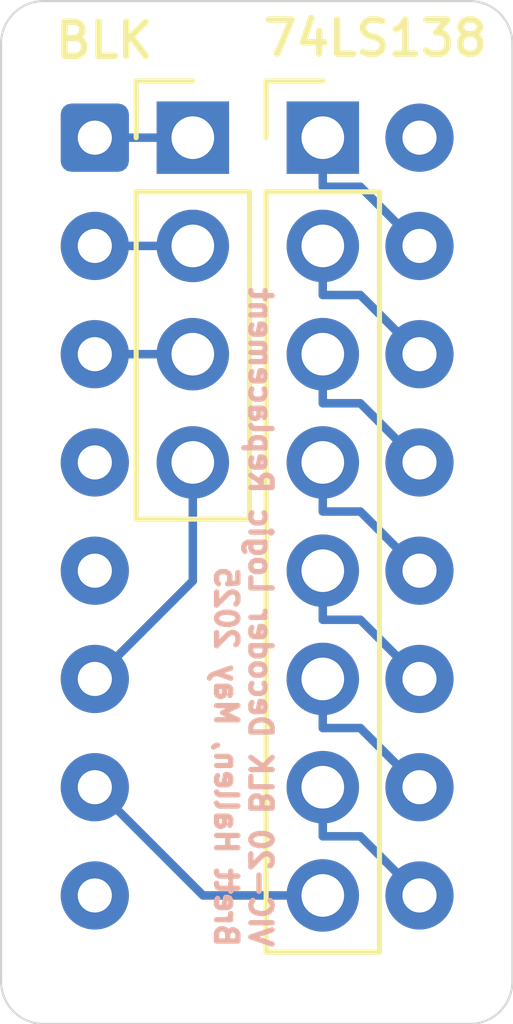
<source format=kicad_pcb>
(kicad_pcb (version 20241229) (generator "pcbnew") (generator_version "9.0")
  (title_block (title "Commodore VIC-20 BLK0 RAM Expansion, Daughterboard") (date "12-May-2025") (rev "A") (company "Brett Hallen") (comment 1 "www.youtube.com/@Brfff"))
  (layers (0 "F.Cu" signal) (2 "B.Cu" signal) (13 "F.Paste" user) (15 "B.Paste" user) (5 "F.SilkS" user "F.Silkscreen") (7 "B.SilkS" user "B.Silkscreen") (1 "F.Mask" user) (3 "B.Mask" user) (25 "Edge.Cuts" user))
  (net 0 "")
  (net 1 "~{BLK2}")
  (net 2 "~{BLK5}")
  (net 3 "~{BLK7}")
  (net 4 "~{BLK3}")
  (net 5 "~{BLK0}")
  (net 6 "~{BLK4}")
  (net 7 "~{BLK1}")
  (net 8 "~{BLK6}")
  (net 9 "SΦ2")
  (net 10 "CA14")
  (net 11 "CA15")
  (net 12 "CA13")
  (footprint "Connector_PinHeader_2.54mm:PinHeader_1x08_P2.54mm_Vertical" (layer "F.Cu") (at 77.7306 52.1)
    (property "Reference" "J1" (hide yes))
    (property "Value" "BLK Outputs" (hide yes))
    (fp_line (start -1.33 -1.33) (end 0 -1.33) (stroke (width 0.12)) (layer "F.SilkS"))
    (fp_line (start -1.33 0) (end -1.33 -1.33) (stroke (width 0.12)) (layer "F.SilkS"))
    (fp_line (start -1.33 1.27) (end -1.33 19.11) (stroke (width 0.12)) (layer "F.SilkS"))
    (fp_line (start -1.33 1.27) (end 1.33 1.27) (stroke (width 0.12)) (layer "F.SilkS"))
    (fp_line (start -1.33 19.11) (end 1.33 19.11) (stroke (width 0.12)) (layer "F.SilkS"))
    (fp_line (start 1.33 1.27) (end 1.33 19.11) (stroke (width 0.12)) (layer "F.SilkS"))
    (pad "1" thru_hole rect (at 0 0) (size 1.7 1.7) (drill 1) (layers "*.Cu" "*.Mask") (net 5 "~{BLK0}"))
    (pad "2" thru_hole oval (at 0 2.54) (size 1.7 1.7) (drill 1) (layers "*.Cu" "*.Mask") (net 7 "~{BLK1}"))
    (pad "3" thru_hole oval (at 0 5.08) (size 1.7 1.7) (drill 1) (layers "*.Cu" "*.Mask") (net 1 "~{BLK2}"))
    (pad "4" thru_hole oval (at 0 7.62) (size 1.7 1.7) (drill 1) (layers "*.Cu" "*.Mask") (net 4 "~{BLK3}"))
    (pad "5" thru_hole oval (at 0 10.16) (size 1.7 1.7) (drill 1) (layers "*.Cu" "*.Mask") (net 6 "~{BLK4}"))
    (pad "6" thru_hole oval (at 0 12.7) (size 1.7 1.7) (drill 1) (layers "*.Cu" "*.Mask") (net 2 "~{BLK5}"))
    (pad "7" thru_hole oval (at 0 15.24) (size 1.7 1.7) (drill 1) (layers "*.Cu" "*.Mask") (net 8 "~{BLK6}"))
    (pad "8" thru_hole oval (at 0 17.78) (size 1.7 1.7) (drill 1) (layers "*.Cu" "*.Mask") (net 3 "~{BLK7}"))
  )
  (footprint "Connector_PinHeader_2.54mm:PinHeader_1x04_P2.54mm_Vertical" (layer "F.Cu") (at 74.6801 52.1)
    (property "Reference" "J2" (hide yes))
    (property "Value" "BLK Inputs" (hide yes))
    (fp_line (start -1.33 -1.33) (end 0 -1.33) (stroke (width 0.12)) (layer "F.SilkS"))
    (fp_line (start -1.33 0) (end -1.33 -1.33) (stroke (width 0.12)) (layer "F.SilkS"))
    (fp_line (start -1.33 1.27) (end -1.33 8.95) (stroke (width 0.12)) (layer "F.SilkS"))
    (fp_line (start -1.33 1.27) (end 1.33 1.27) (stroke (width 0.12)) (layer "F.SilkS"))
    (fp_line (start -1.33 8.95) (end 1.33 8.95) (stroke (width 0.12)) (layer "F.SilkS"))
    (fp_line (start 1.33 1.27) (end 1.33 8.95) (stroke (width 0.12)) (layer "F.SilkS"))
    (pad "1" thru_hole rect (at 0 0) (size 1.7 1.7) (drill 1) (layers "*.Cu" "*.Mask") (net 12 "CA13"))
    (pad "2" thru_hole oval (at 0 2.54) (size 1.7 1.7) (drill 1) (layers "*.Cu" "*.Mask") (net 10 "CA14"))
    (pad "3" thru_hole oval (at 0 5.08) (size 1.7 1.7) (drill 1) (layers "*.Cu" "*.Mask") (net 11 "CA15"))
    (pad "4" thru_hole oval (at 0 7.62) (size 1.7 1.7) (drill 1) (layers "*.Cu" "*.Mask") (net 9 "SΦ2"))
  )
  (footprint "Package_DIP:DIP-16_W7.62mm" (layer "F.Cu") (at 72.38 52.1)
    (property "Reference" "UC4" (hide yes))
    (property "Value" "74LS138" (at 6.582156 -2.333789 0) (layer "F.SilkS") (effects (font (size 0.8 0.8))))
    (pad "1" thru_hole roundrect (at 0 0) (size 1.6 1.6) (drill 0.8) (layers "*.Cu" "*.Mask") (roundrect_rratio 0.15625) (net 12 "CA13"))
    (pad "2" thru_hole circle (at 0 2.54) (size 1.6 1.6) (drill 0.8) (layers "*.Cu" "*.Mask") (net 10 "CA14"))
    (pad "3" thru_hole circle (at 0 5.08) (size 1.6 1.6) (drill 0.8) (layers "*.Cu" "*.Mask") (net 11 "CA15"))
    (pad "4" thru_hole circle (at 0 7.62) (size 1.6 1.6) (drill 0.8) (layers "*.Cu" "*.Mask"))
    (pad "5" thru_hole circle (at 0 10.16) (size 1.6 1.6) (drill 0.8) (layers "*.Cu" "*.Mask"))
    (pad "6" thru_hole circle (at 0 12.7) (size 1.6 1.6) (drill 0.8) (layers "*.Cu" "*.Mask") (net 9 "SΦ2"))
    (pad "7" thru_hole circle (at 0 15.24) (size 1.6 1.6) (drill 0.8) (layers "*.Cu" "*.Mask") (net 3 "~{BLK7}"))
    (pad "8" thru_hole circle (at 0 17.78) (size 1.6 1.6) (drill 0.8) (layers "*.Cu" "*.Mask"))
    (pad "9" thru_hole circle (at 7.62 17.78) (size 1.6 1.6) (drill 0.8) (layers "*.Cu" "*.Mask") (net 8 "~{BLK6}"))
    (pad "10" thru_hole circle (at 7.62 15.24) (size 1.6 1.6) (drill 0.8) (layers "*.Cu" "*.Mask") (net 2 "~{BLK5}"))
    (pad "11" thru_hole circle (at 7.62 12.7) (size 1.6 1.6) (drill 0.8) (layers "*.Cu" "*.Mask") (net 6 "~{BLK4}"))
    (pad "12" thru_hole circle (at 7.62 10.16) (size 1.6 1.6) (drill 0.8) (layers "*.Cu" "*.Mask") (net 4 "~{BLK3}"))
    (pad "13" thru_hole circle (at 7.62 7.62) (size 1.6 1.6) (drill 0.8) (layers "*.Cu" "*.Mask") (net 1 "~{BLK2}"))
    (pad "14" thru_hole circle (at 7.62 5.08) (size 1.6 1.6) (drill 0.8) (layers "*.Cu" "*.Mask") (net 7 "~{BLK1}"))
    (pad "15" thru_hole circle (at 7.62 2.54) (size 1.6 1.6) (drill 0.8) (layers "*.Cu" "*.Mask") (net 5 "~{BLK0}"))
    (pad "16" thru_hole circle (at 7.62 0) (size 1.6 1.6) (drill 0.8) (layers "*.Cu" "*.Mask"))
  )
  (gr_arc (start 71.180015 72.894779) (mid 70.472906 72.60189) (end 70.180015 71.894779) (stroke (width 0.05)) (layer "Edge.Cuts"))
  (gr_line (start 71.180015 48.894779) (end 81.180015 48.894779) (stroke (width 0.05)) (layer "Edge.Cuts"))
  (gr_arc (start 82.180015 71.894779) (mid 81.887122 72.601886) (end 81.180015 72.894779) (stroke (width 0.05)) (layer "Edge.Cuts"))
  (gr_line (start 82.180015 49.894779) (end 82.180015 71.894779) (stroke (width 0.05)) (layer "Edge.Cuts"))
  (gr_line (start 81.180015 72.894779) (end 71.180015 72.894779) (stroke (width 0.05)) (layer "Edge.Cuts"))
  (gr_arc (start 70.180015 49.894779) (mid 70.472917 49.187691) (end 71.180015 48.894779) (stroke (width 0.05)) (layer "Edge.Cuts"))
  (gr_line (start 70.180015 71.894779) (end 70.180015 49.894779) (stroke (width 0.05)) (layer "Edge.Cuts"))
  (gr_arc (start 81.180015 48.894779) (mid 81.887122 49.187672) (end 82.180015 49.894779) (stroke (width 0.05)) (layer "Edge.Cuts"))
  (gr_text "BLK" (at 71.38 50.284961 0) (layer "F.SilkS") (effects (font (size 0.8 0.8) (thickness 0.15) (bold yes)) (justify left bottom)))
  (gr_text "VIC-20 BLK Decoder Logic Replacement\nBrett Hallen, May 2025" (at 75.169921 71.15 270) (layer "B.SilkS") (effects (font (size 0.5 0.5) (thickness 0.125)) (justify left bottom mirror)))
  (segment (start 78.6117 58.3317) (end 77.7306 58.3317) (width 0.2) (layer "B.Cu") (net 1))
  (segment (start 80 59.72) (end 78.6117 58.3317) (width 0.2) (layer "B.Cu") (net 1))
  (segment (start 77.7306 57.18) (end 77.7306 58.3317) (width 0.2) (layer "B.Cu") (net 1))
  (segment (start 77.7306 64.8) (end 77.7306 65.9517) (width 0.2) (layer "B.Cu") (net 2))
  (segment (start 78.6117 65.9517) (end 77.7306 65.9517) (width 0.2) (layer "B.Cu") (net 2))
  (segment (start 80 67.34) (end 78.6117 65.9517) (width 0.2) (layer "B.Cu") (net 2))
  (segment (start 74.92 69.88) (end 77.7306 69.88) (width 0.2) (layer "B.Cu") (net 3))
  (segment (start 72.38 67.34) (end 74.92 69.88) (width 0.2) (layer "B.Cu") (net 3))
  (segment (start 77.7306 59.72) (end 77.7306 60.8717) (width 0.2) (layer "B.Cu") (net 4))
  (segment (start 78.6117 60.8717) (end 77.7306 60.8717) (width 0.2) (layer "B.Cu") (net 4))
  (segment (start 80 62.26) (end 78.6117 60.8717) (width 0.2) (layer "B.Cu") (net 4))
  (segment (start 80 54.64) (end 78.6117 53.2517) (width 0.2) (layer "B.Cu") (net 5))
  (segment (start 77.7306 52.1) (end 77.7306 53.2517) (width 0.2) (layer "B.Cu") (net 5))
  (segment (start 78.6117 53.2517) (end 77.7306 53.2517) (width 0.2) (layer "B.Cu") (net 5))
  (segment (start 78.6117 63.4117) (end 77.7306 63.4117) (width 0.2) (layer "B.Cu") (net 6))
  (segment (start 77.7306 62.26) (end 77.7306 63.4117) (width 0.2) (layer "B.Cu") (net 6))
  (segment (start 80 64.8) (end 78.6117 63.4117) (width 0.2) (layer "B.Cu") (net 6))
  (segment (start 78.6117 55.7917) (end 77.7306 55.7917) (width 0.2) (layer "B.Cu") (net 7))
  (segment (start 77.7306 54.64) (end 77.7306 55.7917) (width 0.2) (layer "B.Cu") (net 7))
  (segment (start 80 57.18) (end 78.6117 55.7917) (width 0.2) (layer "B.Cu") (net 7))
  (segment (start 78.6117 68.4917) (end 77.7306 68.4917) (width 0.2) (layer "B.Cu") (net 8))
  (segment (start 80 69.88) (end 78.6117 68.4917) (width 0.2) (layer "B.Cu") (net 8))
  (segment (start 77.7306 67.34) (end 77.7306 68.4917) (width 0.2) (layer "B.Cu") (net 8))
  (segment (start 74.6801 59.72) (end 74.6801 62.4999) (width 0.2) (layer "B.Cu") (net 9))
  (segment (start 74.6801 62.4999) (end 72.38 64.8) (width 0.2) (layer "B.Cu") (net 9))
  (segment (start 72.38 54.64) (end 74.6801 54.64) (width 0.2) (layer "B.Cu") (net 10))
  (segment (start 72.38 57.18) (end 74.6801 57.18) (width 0.2) (layer "B.Cu") (net 11))
  (segment (start 72.38 52.1) (end 74.6801 52.1) (width 0.2) (layer "B.Cu") (net 12))
)
</source>
